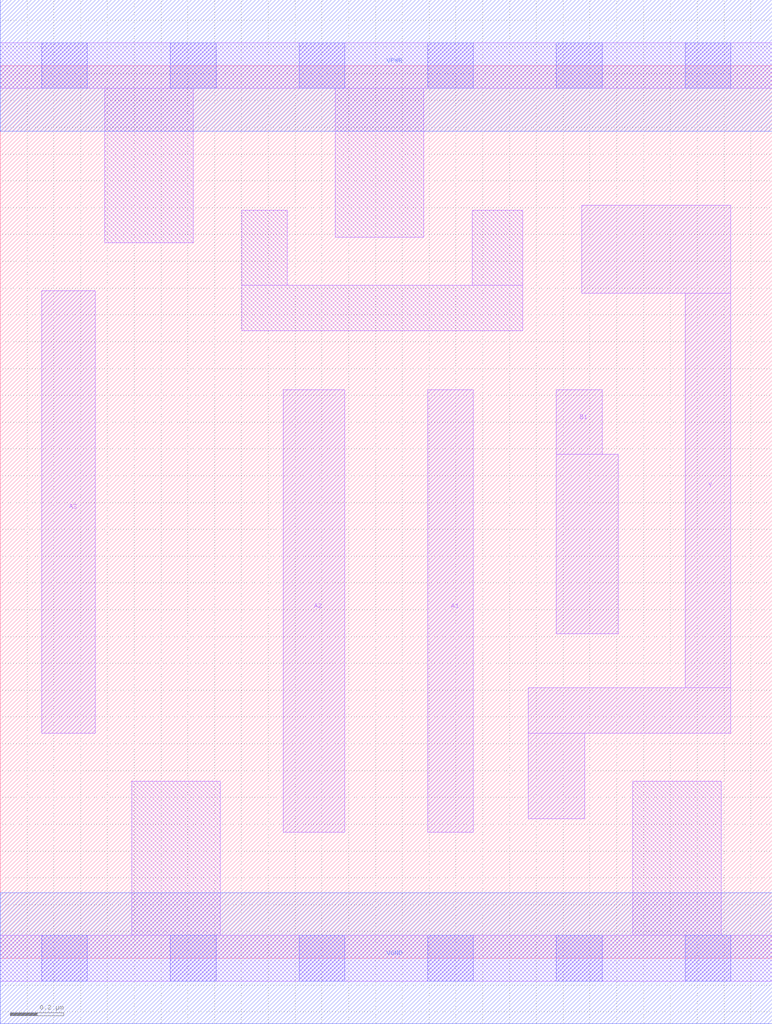
<source format=lef>
# Copyright 2020 The SkyWater PDK Authors
#
# Licensed under the Apache License, Version 2.0 (the "License");
# you may not use this file except in compliance with the License.
# You may obtain a copy of the License at
#
#     https://www.apache.org/licenses/LICENSE-2.0
#
# Unless required by applicable law or agreed to in writing, software
# distributed under the License is distributed on an "AS IS" BASIS,
# WITHOUT WARRANTIES OR CONDITIONS OF ANY KIND, either express or implied.
# See the License for the specific language governing permissions and
# limitations under the License.
#
# SPDX-License-Identifier: Apache-2.0

VERSION 5.7 ;
  NAMESCASESENSITIVE ON ;
  NOWIREEXTENSIONATPIN ON ;
  DIVIDERCHAR "/" ;
  BUSBITCHARS "[]" ;
UNITS
  DATABASE MICRONS 200 ;
END UNITS
MACRO sky130_fd_sc_lp__a31oi_m
  CLASS CORE ;
  SOURCE USER ;
  FOREIGN sky130_fd_sc_lp__a31oi_m ;
  ORIGIN  0.000000  0.000000 ;
  SIZE  2.880000 BY  3.330000 ;
  SYMMETRY X Y R90 ;
  SITE unit ;
  PIN A1
    ANTENNAGATEAREA  0.126000 ;
    DIRECTION INPUT ;
    USE SIGNAL ;
    PORT
      LAYER li1 ;
        RECT 1.595000 0.470000 1.765000 2.120000 ;
    END
  END A1
  PIN A2
    ANTENNAGATEAREA  0.126000 ;
    DIRECTION INPUT ;
    USE SIGNAL ;
    PORT
      LAYER li1 ;
        RECT 1.055000 0.470000 1.285000 2.120000 ;
    END
  END A2
  PIN A3
    ANTENNAGATEAREA  0.126000 ;
    DIRECTION INPUT ;
    USE SIGNAL ;
    PORT
      LAYER li1 ;
        RECT 0.155000 0.840000 0.355000 2.490000 ;
    END
  END A3
  PIN B1
    ANTENNAGATEAREA  0.126000 ;
    DIRECTION INPUT ;
    USE SIGNAL ;
    PORT
      LAYER li1 ;
        RECT 2.075000 1.210000 2.305000 1.880000 ;
        RECT 2.075000 1.880000 2.245000 2.120000 ;
    END
  END B1
  PIN Y
    ANTENNADIFFAREA  0.350700 ;
    DIRECTION OUTPUT ;
    USE SIGNAL ;
    PORT
      LAYER li1 ;
        RECT 1.970000 0.520000 2.180000 0.840000 ;
        RECT 1.970000 0.840000 2.725000 1.010000 ;
        RECT 2.170000 2.480000 2.725000 2.810000 ;
        RECT 2.555000 1.010000 2.725000 2.480000 ;
    END
  END Y
  PIN VGND
    DIRECTION INOUT ;
    USE GROUND ;
    PORT
      LAYER met1 ;
        RECT 0.000000 -0.245000 2.880000 0.245000 ;
    END
  END VGND
  PIN VPWR
    DIRECTION INOUT ;
    USE POWER ;
    PORT
      LAYER met1 ;
        RECT 0.000000 3.085000 2.880000 3.575000 ;
    END
  END VPWR
  OBS
    LAYER li1 ;
      RECT 0.000000 -0.085000 2.880000 0.085000 ;
      RECT 0.000000  3.245000 2.880000 3.415000 ;
      RECT 0.390000  2.670000 0.720000 3.245000 ;
      RECT 0.490000  0.085000 0.820000 0.660000 ;
      RECT 0.900000  2.340000 1.950000 2.510000 ;
      RECT 0.900000  2.510000 1.070000 2.790000 ;
      RECT 1.250000  2.690000 1.580000 3.245000 ;
      RECT 1.760000  2.510000 1.950000 2.790000 ;
      RECT 2.360000  0.085000 2.690000 0.660000 ;
    LAYER mcon ;
      RECT 0.155000 -0.085000 0.325000 0.085000 ;
      RECT 0.155000  3.245000 0.325000 3.415000 ;
      RECT 0.635000 -0.085000 0.805000 0.085000 ;
      RECT 0.635000  3.245000 0.805000 3.415000 ;
      RECT 1.115000 -0.085000 1.285000 0.085000 ;
      RECT 1.115000  3.245000 1.285000 3.415000 ;
      RECT 1.595000 -0.085000 1.765000 0.085000 ;
      RECT 1.595000  3.245000 1.765000 3.415000 ;
      RECT 2.075000 -0.085000 2.245000 0.085000 ;
      RECT 2.075000  3.245000 2.245000 3.415000 ;
      RECT 2.555000 -0.085000 2.725000 0.085000 ;
      RECT 2.555000  3.245000 2.725000 3.415000 ;
  END
END sky130_fd_sc_lp__a31oi_m

</source>
